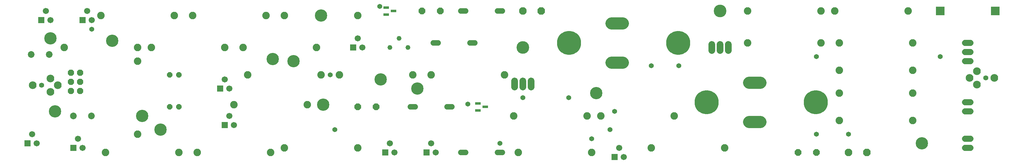
<source format=gts>
G75*
G70*
%OFA0B0*%
%FSLAX24Y24*%
%IPPOS*%
%LPD*%
%AMOC8*
5,1,8,0,0,1.08239X$1,22.5*
%
%ADD10R,0.0670X0.0670*%
%ADD11C,0.0670*%
%ADD12OC8,0.0600*%
%ADD13R,0.0600X0.0300*%
%ADD14C,0.0600*%
%ADD15C,0.0740*%
%ADD16C,0.1380*%
%ADD17C,0.1320*%
%ADD18C,0.2630*%
%ADD19R,0.0980X0.0980*%
%ADD20C,0.0820*%
%ADD21C,0.0680*%
%ADD22C,0.0840*%
%ADD23C,0.0552*%
%ADD24C,0.0520*%
%ADD25OC8,0.0680*%
%ADD26C,0.0730*%
%ADD27OC8,0.0710*%
%ADD28C,0.0830*%
%ADD29OC8,0.0830*%
%ADD30C,0.0540*%
%ADD31C,0.1346*%
D10*
X015331Y012180D03*
X010331Y012680D03*
X031831Y014680D03*
X031331Y018680D03*
X045831Y023180D03*
X016331Y026180D03*
X011831Y026180D03*
X049331Y011680D03*
X053831Y011680D03*
X074331Y011180D03*
D11*
X075331Y011180D03*
X074831Y012180D03*
X054831Y011680D03*
X054331Y012680D03*
X050331Y011680D03*
X049831Y012680D03*
X032831Y014680D03*
X032331Y015680D03*
X032331Y018680D03*
X031831Y019680D03*
X046331Y024180D03*
X046831Y023180D03*
X017331Y026180D03*
X016831Y027180D03*
X012831Y026180D03*
X012331Y027180D03*
X010831Y013680D03*
X011331Y012680D03*
X015831Y013180D03*
X016331Y012180D03*
D12*
X025831Y016680D03*
X026831Y016680D03*
X026831Y020180D03*
X025831Y020180D03*
D13*
X049431Y026800D03*
X050231Y027180D03*
X049431Y027560D03*
X059431Y017060D03*
X060231Y016680D03*
X059431Y016300D03*
D14*
X056591Y016680D02*
X056071Y016680D01*
X052591Y016680D02*
X052071Y016680D01*
X057571Y011680D02*
X058091Y011680D01*
X061571Y011680D02*
X062091Y011680D01*
X059091Y023680D02*
X058571Y023680D01*
X055091Y023680D02*
X054571Y023680D01*
X057571Y027180D02*
X058091Y027180D01*
X061571Y027180D02*
X062091Y027180D01*
D15*
X084931Y023510D02*
X084931Y022850D01*
X085831Y022850D02*
X085831Y023510D01*
X086731Y023510D02*
X086731Y022850D01*
X065231Y019510D02*
X065231Y018850D01*
X064331Y018850D02*
X064331Y019510D01*
X063431Y019510D02*
X063431Y018850D01*
D16*
X064331Y023180D03*
X085831Y027180D03*
D17*
X075251Y025830D02*
X074011Y025830D01*
X074011Y021530D02*
X075251Y021530D01*
X089011Y019330D02*
X090251Y019330D01*
X090251Y015030D02*
X089011Y015030D01*
D18*
X084381Y017180D03*
X096281Y017180D03*
X081281Y023680D03*
X069381Y023680D03*
D19*
X109831Y027180D03*
X115831Y027180D03*
D20*
X018831Y011680D03*
X022331Y013680D03*
X026831Y011680D03*
X028831Y011680D03*
X036831Y011680D03*
X038331Y012180D03*
X046331Y012180D03*
X040831Y016930D03*
X032831Y016930D03*
X034331Y020180D03*
X042331Y020180D03*
X044331Y020180D03*
X052331Y020180D03*
X054331Y020180D03*
X062331Y020180D03*
X063331Y015680D03*
X071331Y015680D03*
X072831Y015680D03*
X080831Y015680D03*
X078331Y012180D03*
X071831Y011680D03*
X063831Y011680D03*
X086331Y012180D03*
X098831Y015180D03*
X106831Y015180D03*
X106831Y018180D03*
X098831Y018180D03*
X098831Y020680D03*
X106831Y020680D03*
X106831Y023680D03*
X098831Y023680D03*
X096831Y023680D03*
X088831Y023680D03*
X088831Y027180D03*
X096831Y027180D03*
X098331Y027180D03*
X106331Y027180D03*
X046331Y026680D03*
X038331Y026680D03*
X036331Y026680D03*
X028331Y026680D03*
X026331Y026680D03*
X018331Y026680D03*
X022331Y023180D03*
X023831Y023180D03*
X022331Y021680D03*
X014331Y023180D03*
X031831Y023180D03*
X033831Y023180D03*
X041831Y023180D03*
D21*
X112531Y022680D02*
X113131Y022680D01*
X113131Y023680D02*
X112531Y023680D01*
X112531Y021680D02*
X113131Y021680D01*
X113131Y017180D02*
X112531Y017180D01*
X112531Y016180D02*
X113131Y016180D01*
X113131Y013180D02*
X112531Y013180D01*
X112531Y012180D02*
X113131Y012180D01*
D22*
X113822Y019127D03*
X113034Y019855D03*
X113822Y020583D03*
X115751Y019855D03*
X013628Y019055D03*
X012840Y018327D03*
X010911Y019055D03*
X012840Y019783D03*
D23*
X011856Y019055D03*
X114806Y019855D03*
D24*
X051815Y023188D03*
X049847Y023188D03*
X050831Y024172D03*
D25*
X016081Y020430D03*
X015081Y020430D03*
X015081Y019430D03*
X016081Y019430D03*
X016081Y018430D03*
X015081Y018430D03*
D26*
X015347Y015680D03*
X017315Y015680D03*
X012690Y022430D03*
X010722Y022430D03*
D27*
X046331Y016680D03*
X048331Y016680D03*
X053331Y027180D03*
X055331Y027180D03*
X094331Y011680D03*
X096331Y011680D03*
D28*
X099831Y011680D03*
X064331Y027180D03*
D29*
X066331Y027180D03*
X101831Y011680D03*
D30*
X099831Y013680D03*
X096331Y013680D03*
X074331Y016180D03*
X069331Y017680D03*
X064331Y017680D03*
X058331Y016980D03*
X071831Y013180D03*
X073831Y014180D03*
X061831Y012680D03*
X043831Y014180D03*
X043331Y020180D03*
X048731Y027680D03*
X078331Y021180D03*
X081331Y021180D03*
X096331Y022180D03*
X109831Y022180D03*
X017331Y025180D03*
D31*
X019581Y023930D03*
X012831Y024180D03*
X037081Y021930D03*
X039331Y021680D03*
X048831Y019680D03*
X052831Y018680D03*
X042581Y016930D03*
X024831Y014180D03*
X022831Y015680D03*
X013331Y016180D03*
X042331Y026680D03*
X072331Y018180D03*
X107831Y012680D03*
M02*

</source>
